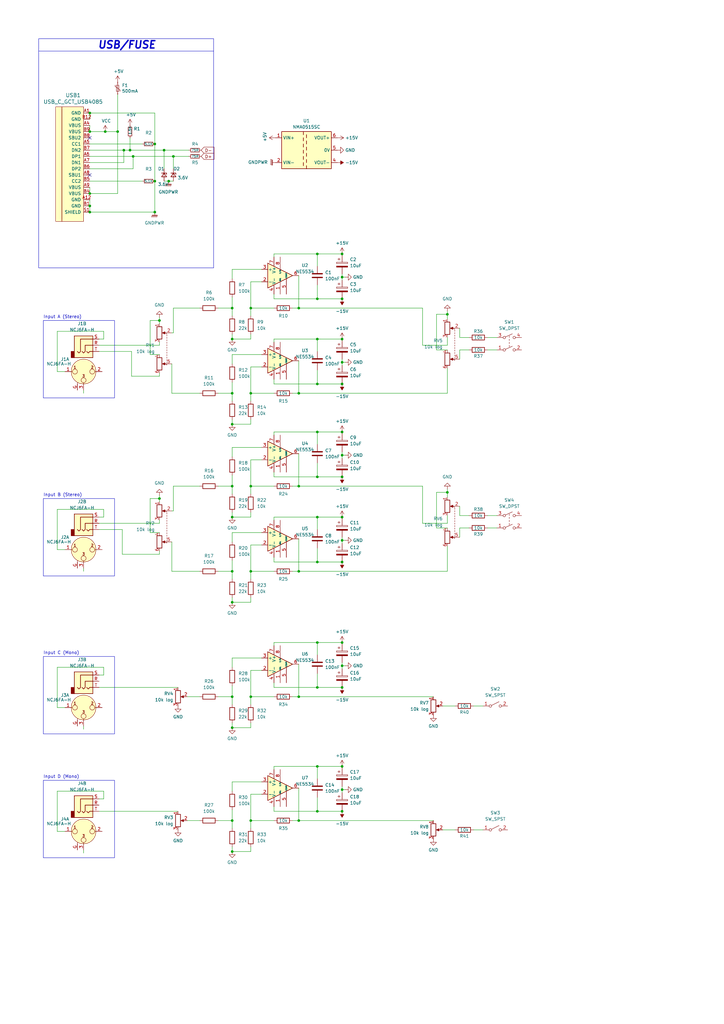
<source format=kicad_sch>
(kicad_sch (version 20230121) (generator eeschema)
  (paper "A3" portrait)
  (lib_symbols
    (symbol "Amplifier_Operational:NE5534" (pin_names (offset 0.127))
      (property "Reference" "U" (at 1.27 6.35 0))
      (property "Value" "NE5534" (at 1.27 3.81 0))
      (symbol "NE5534_1_1"
        (pin input line (at 0 -7.62 90) (length 5.08) (name "BAL") (number "1"))
        (pin input line (at -7.62 -2.54 0) (length 2.54) (name "-") (number "2"))
        (pin input line (at -7.62 2.54 0) (length 2.54) (name "+") (number "3"))
        (pin power_in line (at -2.54 -7.62 90) (length 3.81) (name "V-") (number "4"))
        (pin input line (at 2.54 -7.62 90) (length 6.35) (name "COMP") (number "5"))
        (pin output line (at 7.62 0 180) (length 2.54) (name "~") (number "6"))
        (pin power_in line (at -2.54 7.62 270) (length 3.81) (name "V+") (number "7"))
        (pin input line (at 0 7.62 270) (length 5.08) (name "C/B") (number "8"))
      )
    )
    (symbol "Connector_Audio:NCJ6FA-H" (pin_names hide)
      (property "Reference" "J" (at 0 10.16 0))
      (property "Value" "NCJ6FA-H" (at 0 7.62 0))
      (symbol "NCJ6FA-H_1_1"
        (text "1" (at -3.556 1.778 0) (effects (font (size 1.016 1.016) bold)))
        (text "2" (at 3.556 1.778 0) (effects (font (size 1.016 1.016) bold)))
        (text "3" (at 0 -1.778 0) (effects (font (size 1.016 1.016) bold)))
        (pin passive line (at -7.62 0 0) (length 2.54) (name "~") (number "1"))
        (pin passive line (at 7.62 0 180) (length 2.54) (name "~") (number "2"))
        (pin passive line (at 0 -7.62 90) (length 2.54) (name "~") (number "3"))
        (pin passive line (at -2.54 -7.62 90) (length 2.54) (name "~") (number "G"))
      )
      (symbol "NCJ6FA-H_2_1"
        (pin passive line (at 5.08 0 180) (length 2.54) (name "~") (number "R"))
        (pin passive line (at 5.08 2.54 180) (length 2.54) (name "~") (number "S"))
        (pin passive line (at 5.08 -2.54 180) (length 2.54) (name "~") (number "T"))
      )
    )
    (symbol "Device:C" (pin_numbers hide) (pin_names (offset 0.254))
      (property "Reference" "C" (at 0.635 2.54 0))
      (property "Value" "C" (at 0.635 -2.54 0))
      (symbol "C_1_1"
        (pin passive line (at 0 3.81 270) (length 2.794) (name "~") (number "1"))
        (pin passive line (at 0 -3.81 90) (length 2.794) (name "~") (number "2"))
      )
    )
    (symbol "Device:C_Polarized" (pin_numbers hide) (pin_names (offset 0.254))
      (property "Reference" "C" (at 0.635 2.54 0))
      (property "Value" "C_Polarized" (at 0.635 -2.54 0))
      (symbol "C_Polarized_1_1"
        (pin passive line (at 0 3.81 270) (length 2.794) (name "~") (number "1"))
        (pin passive line (at 0 -3.81 90) (length 2.794) (name "~") (number "2"))
      )
    )
    (symbol "Device:D_Zener_Small" (pin_numbers hide) (pin_names (offset 0.254) hide)
      (property "Reference" "D" (at 0 2.286 0))
      (property "Value" "D_Zener_Small" (at 0 -2.286 0))
      (symbol "D_Zener_Small_1_1"
        (pin passive line (at -2.54 0 0) (length 1.778) (name "K") (number "1"))
        (pin passive line (at 2.54 0 180) (length 1.778) (name "A") (number "2"))
      )
    )
    (symbol "Device:Polyfuse_Small" (pin_numbers hide) (pin_names (offset 0))
      (property "Reference" "F" (at -1.905 0 90))
      (property "Value" "Polyfuse_Small" (at 1.905 0 90))
      (symbol "Polyfuse_Small_1_1"
        (pin passive line (at 0 2.54 270) (length 0.635) (name "~") (number "1"))
        (pin passive line (at 0 -2.54 90) (length 0.635) (name "~") (number "2"))
      )
    )
    (symbol "Device:R" (pin_numbers hide) (pin_names (offset 0))
      (property "Reference" "R" (at 2.032 0 90))
      (property "Value" "R" (at 0 0 90))
      (symbol "R_1_1"
        (pin passive line (at 0 3.81 270) (length 1.27) (name "~") (number "1"))
        (pin passive line (at 0 -3.81 90) (length 1.27) (name "~") (number "2"))
      )
    )
    (symbol "Device:R_Potentiometer" (pin_names (offset 1.016) hide)
      (property "Reference" "RV" (at -4.445 0 90))
      (property "Value" "R_Potentiometer" (at -2.54 0 90))
      (symbol "R_Potentiometer_1_1"
        (pin passive line (at 0 3.81 270) (length 1.27) (name "1") (number "1"))
        (pin passive line (at 3.81 0 180) (length 1.27) (name "2") (number "2"))
        (pin passive line (at 0 -3.81 90) (length 1.27) (name "3") (number "3"))
      )
    )
    (symbol "Device:R_Potentiometer_Dual" (pin_names (offset 1.016) hide)
      (property "Reference" "RV" (at 0 3.81 0))
      (property "Value" "R_Potentiometer_Dual" (at 0 1.905 0))
      (symbol "R_Potentiometer_Dual_1_1"
        (pin passive line (at -10.16 -2.54 0) (length 1.27) (name "1") (number "1"))
        (pin passive line (at -6.35 2.54 270) (length 2.54) (name "2") (number "2"))
        (pin passive line (at -2.54 -2.54 180) (length 1.27) (name "3") (number "3"))
        (pin passive line (at 2.54 -2.54 0) (length 1.27) (name "4") (number "4"))
        (pin passive line (at 6.35 2.54 270) (length 2.54) (name "5") (number "5"))
        (pin passive line (at 10.16 -2.54 180) (length 1.27) (name "6") (number "6"))
      )
    )
    (symbol "Device:R_Small" (pin_numbers hide) (pin_names (offset 0.254) hide)
      (property "Reference" "R" (at 0.762 0.508 0))
      (property "Value" "R_Small" (at 0.762 -1.016 0))
      (symbol "R_Small_1_1"
        (pin passive line (at 0 2.54 270) (length 0.762) (name "~") (number "1"))
        (pin passive line (at 0 -2.54 90) (length 0.762) (name "~") (number "2"))
      )
    )
    (symbol "Regulator_Switching:NMA0515SC"
      (property "Reference" "U" (at -10.16 8.89 0))
      (property "Value" "NMA0515SC" (at 0 8.89 0))
      (symbol "NMA0515SC_1_1"
        (pin power_in line (at -12.7 5.08 0) (length 2.54) (name "VIN+") (number "1"))
        (pin power_in line (at -12.7 -5.08 0) (length 2.54) (name "VIN-") (number "2"))
        (pin power_out line (at 12.7 -5.08 180) (length 2.54) (name "VOUT-") (number "4"))
        (pin power_out line (at 12.7 0 180) (length 2.54) (name "0V") (number "5"))
        (pin power_out line (at 12.7 5.08 180) (length 2.54) (name "VOUT+") (number "6"))
      )
    )
    (symbol "Switch:SW_DPST" (pin_names (offset 0) hide)
      (property "Reference" "SW" (at 0 5.08 0))
      (property "Value" "SW_DPST" (at 0 -5.08 0))
      (symbol "SW_DPST_1_1"
        (pin passive line (at -5.08 -2.54 0) (length 2.54) (name "1") (number "1"))
        (pin passive line (at 5.08 -2.54 180) (length 2.54) (name "2") (number "2"))
        (pin passive line (at -5.08 2.54 0) (length 2.54) (name "3") (number "3"))
        (pin passive line (at 5.08 2.54 180) (length 2.54) (name "4") (number "4"))
      )
    )
    (symbol "Switch:SW_SPST" (pin_names (offset 0) hide)
      (property "Reference" "SW" (at 0 3.175 0))
      (property "Value" "SW_SPST" (at 0 -2.54 0))
      (symbol "SW_SPST_1_1"
        (pin passive line (at -5.08 0 0) (length 2.54) (name "A") (number "1"))
        (pin passive line (at 5.08 0 180) (length 2.54) (name "B") (number "2"))
      )
    )
    (symbol "Type-C:USB_C_GCT_USB4085" (pin_names (offset 1.016))
      (property "Reference" "USB" (at -5.08 22.86 0))
      (property "Value" "Type-C_USB_C_GCT_USB4085" (at -10.16 -1.27 90))
      (symbol "USB_C_GCT_USB4085_1_1"
        (pin input line (at 2.54 19.05 180) (length 2.54) (name "GND") (number "A1"))
        (pin input line (at 2.54 -16.51 180) (length 2.54) (name "GND") (number "A12"))
        (pin input line (at 2.54 13.97 180) (length 2.54) (name "VBUS") (number "A4"))
        (pin input line (at 2.54 6.35 180) (length 2.54) (name "CC1") (number "A5"))
        (pin input line (at 2.54 1.27 180) (length 2.54) (name "DP1") (number "A6"))
        (pin input line (at 2.54 -1.27 180) (length 2.54) (name "DN1") (number "A7"))
        (pin input line (at 2.54 -6.35 180) (length 2.54) (name "SBU1") (number "A8"))
        (pin input line (at 2.54 -11.43 180) (length 2.54) (name "VBUS") (number "A9"))
        (pin input line (at 2.54 -19.05 180) (length 2.54) (name "GND") (number "B1"))
        (pin input line (at 2.54 16.51 180) (length 2.54) (name "GND") (number "B12"))
        (pin input line (at 2.54 -13.97 180) (length 2.54) (name "VBUS") (number "B4"))
        (pin input line (at 2.54 -8.89 180) (length 2.54) (name "CC2") (number "B5"))
        (pin input line (at 2.54 -3.81 180) (length 2.54) (name "DP2") (number "B6"))
        (pin input line (at 2.54 3.81 180) (length 2.54) (name "DN2") (number "B7"))
        (pin input line (at 2.54 8.89 180) (length 2.54) (name "SBU2") (number "B8"))
        (pin input line (at 2.54 11.43 180) (length 2.54) (name "VBUS") (number "B9"))
        (pin input line (at 2.54 -21.59 180) (length 2.54) (name "SHIELD") (number "S1"))
      )
    )
    (symbol "power:+15V" (power) (pin_names (offset 0))
      (property "Value" "+15V" (at 0 3.556 0))
      (symbol "+15V_1_1"
        (pin power_in line (at 0 0 90) (length 0) hide (name "+15V") (number "1"))
      )
    )
    (symbol "power:+5V" (power) (pin_names (offset 0))
      (property "Value" "+5V" (at 0 3.556 0))
      (symbol "+5V_1_1"
        (pin power_in line (at 0 0 90) (length 0) hide (name "+5V") (number "1"))
      )
    )
    (symbol "power:-15V" (power) (pin_names (offset 0))
      (property "Value" "-15V" (at 0 3.81 0))
      (symbol "-15V_0_0"
        (pin power_in line (at 0 0 90) (length 0) hide (name "-15V") (number "1"))
      )
    )
    (symbol "power:GND" (power) (pin_names (offset 0))
      (property "Value" "GND" (at 0 -3.81 0))
      (symbol "GND_1_1"
        (pin power_in line (at 0 0 270) (length 0) hide (name "GND") (number "1"))
      )
    )
    (symbol "power:GNDPWR" (power) (pin_names (offset 0))
      (property "Value" "GNDPWR" (at 0 -3.302 0))
      (symbol "GNDPWR_1_1"
        (pin power_in line (at 0 0 270) (length 0) hide (name "GNDPWR") (number "1"))
      )
    )
    (symbol "power:VCC" (power) (pin_names (offset 0))
      (property "Value" "VCC" (at 0 3.81 0))
      (symbol "VCC_1_1"
        (pin power_in line (at 0 0 90) (length 0) hide (name "VCC") (number "1"))
      )
    )
  )
  (junction (at 102.87 285.75))
  (junction (at 95.25 173.99))
  (junction (at 140.335 186.69))
  (junction (at 183.515 201.93))
  (junction (at 122.555 234.315))
  (junction (at 102.87 126.365))
  (junction (at 140.335 273.05))
  (junction (at 122.555 161.29))
  (junction (at 130.175 104.14))
  (junction (at 95.25 336.55))
  (junction (at 122.555 336.55))
  (junction (at 36.83 84.455))
  (junction (at 140.335 122.555))
  (junction (at 48.26 53.975))
  (junction (at 140.335 113.665))
  (junction (at 63.5 74.295))
  (junction (at 122.555 126.365))
  (junction (at 130.175 212.09))
  (junction (at 95.25 349.25))
  (junction (at 102.87 199.39))
  (junction (at 50.8 61.595))
  (junction (at 102.87 234.315))
  (junction (at 102.87 161.29))
  (junction (at 95.25 139.065))
  (junction (at 130.175 314.325))
  (junction (at 130.175 157.48))
  (junction (at 122.555 285.75))
  (junction (at 140.335 148.59))
  (junction (at 130.175 177.165))
  (junction (at 140.335 314.325))
  (junction (at 43.18 53.975))
  (junction (at 140.335 104.14))
  (junction (at 130.175 139.065))
  (junction (at 95.25 199.39))
  (junction (at 65.405 204.47))
  (junction (at 67.31 61.595))
  (junction (at 140.335 195.58))
  (junction (at 36.83 53.975))
  (junction (at 65.405 131.445))
  (junction (at 95.25 247.015))
  (junction (at 140.335 221.615))
  (junction (at 130.175 281.94))
  (junction (at 140.335 323.85))
  (junction (at 36.83 46.355))
  (junction (at 130.175 122.555))
  (junction (at 140.335 332.74))
  (junction (at 130.175 195.58))
  (junction (at 102.87 336.55))
  (junction (at 130.175 332.74))
  (junction (at 140.335 157.48))
  (junction (at 53.34 61.595))
  (junction (at 95.25 161.29))
  (junction (at 36.83 79.375))
  (junction (at 95.25 298.45))
  (junction (at 69.215 74.295))
  (junction (at 63.5 86.995))
  (junction (at 54.61 64.135))
  (junction (at 140.335 212.09))
  (junction (at 95.25 285.75))
  (junction (at 95.25 126.365))
  (junction (at 140.335 230.505))
  (junction (at 130.175 230.505))
  (junction (at 36.83 86.995))
  (junction (at 122.555 199.39))
  (junction (at 140.335 177.165))
  (junction (at 183.515 128.905))
  (junction (at 95.25 234.315))
  (junction (at 63.5 59.055))
  (junction (at 140.335 263.525))
  (junction (at 140.335 281.94))
  (junction (at 95.25 212.09))
  (junction (at 130.175 263.525))
  (junction (at 71.12 64.135))
  (junction (at 140.335 139.065))
  (no_connect (at 36.83 71.755))
  (no_connect (at 36.83 56.515))
  (wire (pts (xy 50.8 61.595) (xy 36.83 61.595)))
  (wire (pts (xy 112.395 177.165) (xy 112.395 178.435)))
  (wire (pts (xy 102.87 223.52) (xy 107.315 223.52)))
  (wire (pts (xy 102.87 237.49) (xy 102.87 234.315)))
  (wire (pts (xy 102.87 274.955) (xy 107.315 274.955)))
  (wire (pts (xy 95.25 273.685) (xy 95.25 269.875)))
  (wire (pts (xy 140.335 264.16) (xy 140.335 263.525)))
  (wire (pts (xy 140.335 212.09) (xy 130.175 212.09)))
  (wire (pts (xy 36.83 84.455) (xy 36.83 86.995)))
  (wire (pts (xy 95.25 161.29) (xy 95.25 164.465)))
  (wire (pts (xy 102.87 325.755) (xy 107.315 325.755)))
  (wire (pts (xy 65.405 141.605) (xy 65.405 140.335)))
  (wire (pts (xy 36.83 66.675) (xy 50.8 66.675)))
  (wire (pts (xy 50.8 66.675) (xy 50.8 61.595)))
  (wire (pts (xy 95.25 234.315) (xy 89.535 234.315)))
  (wire (pts (xy 140.335 139.7) (xy 140.335 139.065)))
  (wire (pts (xy 71.12 126.365) (xy 81.915 126.365)))
  (wire (pts (xy 122.555 285.75) (xy 120.015 285.75)))
  (wire (pts (xy 130.175 263.525) (xy 112.395 263.525)))
  (wire (pts (xy 140.335 139.065) (xy 130.175 139.065)))
  (wire (pts (xy 140.335 273.05) (xy 141.605 273.05)))
  (wire (pts (xy 95.25 296.545) (xy 95.25 298.45)))
  (wire (pts (xy 95.25 218.44) (xy 107.315 218.44)))
  (wire (pts (xy 130.175 104.14) (xy 112.395 104.14)))
  (wire (pts (xy 71.12 69.215) (xy 71.12 64.135)))
  (wire (pts (xy 140.335 157.48) (xy 130.175 157.48)))
  (wire (pts (xy 179.07 143.51) (xy 179.07 128.905)))
  (wire (pts (xy 112.395 228.6) (xy 112.395 230.505)))
  (wire (pts (xy 140.335 221.615) (xy 140.335 222.885)))
  (wire (pts (xy 140.335 314.96) (xy 140.335 314.325)))
  (wire (pts (xy 102.87 285.75) (xy 112.395 285.75)))
  (wire (pts (xy 183.515 200.66) (xy 183.515 201.93)))
  (wire (pts (xy 102.87 129.54) (xy 102.87 126.365)))
  (wire (pts (xy 130.175 276.225) (xy 130.175 281.94)))
  (wire (pts (xy 42.545 212.09) (xy 42.545 208.915)))
  (wire (pts (xy 130.175 224.79) (xy 130.175 230.505)))
  (wire (pts (xy 95.25 161.29) (xy 89.535 161.29)))
  (wire (pts (xy 71.12 136.525) (xy 71.12 126.365)))
  (polyline (pts (xy 87.63 15.875) (xy 15.875 15.875)))
  (wire (pts (xy 130.175 104.14) (xy 130.175 109.22)))
  (wire (pts (xy 23.495 135.89) (xy 23.495 152.4)))
  (wire (pts (xy 183.515 216.535) (xy 179.07 216.535)))
  (wire (pts (xy 53.975 154.305) (xy 65.405 154.305)))
  (wire (pts (xy 69.215 74.295) (xy 71.12 74.295)))
  (wire (pts (xy 36.83 59.055) (xy 58.42 59.055)))
  (wire (pts (xy 36.83 69.215) (xy 54.61 69.215)))
  (wire (pts (xy 188.595 147.32) (xy 188.595 143.51)))
  (wire (pts (xy 23.495 340.995) (xy 26.67 340.995)))
  (wire (pts (xy 71.12 209.55) (xy 71.12 199.39)))
  (polyline (pts (xy 15.875 109.855) (xy 87.63 109.855)))
  (wire (pts (xy 140.335 281.94) (xy 130.175 281.94)))
  (wire (pts (xy 95.25 173.99) (xy 102.87 173.99)))
  (wire (pts (xy 140.335 271.78) (xy 140.335 273.05)))
  (wire (pts (xy 112.395 104.14) (xy 112.395 105.41)))
  (wire (pts (xy 122.555 272.415) (xy 122.555 285.75)))
  (wire (pts (xy 48.26 53.975) (xy 48.26 38.735)))
  (wire (pts (xy 140.335 221.615) (xy 141.605 221.615)))
  (wire (pts (xy 102.87 115.57) (xy 107.315 115.57)))
  (wire (pts (xy 40.64 332.74) (xy 73.025 332.74)))
  (wire (pts (xy 70.485 222.25) (xy 70.485 234.315)))
  (wire (pts (xy 95.25 229.87) (xy 95.25 234.315)))
  (wire (pts (xy 112.395 120.65) (xy 112.395 122.555)))
  (wire (pts (xy 95.25 269.875) (xy 107.315 269.875)))
  (wire (pts (xy 122.555 126.365) (xy 120.015 126.365)))
  (wire (pts (xy 173.355 199.39) (xy 173.355 214.63)))
  (polyline (pts (xy 15.875 20.955) (xy 87.63 20.955)))
  (wire (pts (xy 65.405 154.305) (xy 65.405 153.035)))
  (wire (pts (xy 102.87 336.55) (xy 112.395 336.55)))
  (wire (pts (xy 140.335 195.58) (xy 130.175 195.58)))
  (wire (pts (xy 122.555 161.29) (xy 120.015 161.29)))
  (wire (pts (xy 140.335 113.665) (xy 141.605 113.665)))
  (wire (pts (xy 122.555 336.55) (xy 120.015 336.55)))
  (wire (pts (xy 102.87 202.565) (xy 102.87 199.39)))
  (wire (pts (xy 194.31 289.56) (xy 198.12 289.56)))
  (wire (pts (xy 102.87 126.365) (xy 102.87 115.57)))
  (wire (pts (xy 140.335 314.325) (xy 130.175 314.325)))
  (wire (pts (xy 179.07 128.905) (xy 183.515 128.905)))
  (wire (pts (xy 140.335 323.85) (xy 140.335 325.12)))
  (wire (pts (xy 200.025 211.455) (xy 203.835 211.455)))
  (wire (pts (xy 102.87 288.925) (xy 102.87 285.75)))
  (wire (pts (xy 102.87 164.465) (xy 102.87 161.29)))
  (wire (pts (xy 40.64 212.09) (xy 42.545 212.09)))
  (wire (pts (xy 102.87 161.29) (xy 102.87 150.495)))
  (wire (pts (xy 95.25 210.185) (xy 95.25 212.09)))
  (wire (pts (xy 95.25 247.015) (xy 102.87 247.015)))
  (wire (pts (xy 130.175 116.84) (xy 130.175 122.555)))
  (wire (pts (xy 95.25 145.415) (xy 107.315 145.415)))
  (wire (pts (xy 61.595 218.44) (xy 61.595 204.47)))
  (wire (pts (xy 130.175 139.065) (xy 130.175 144.145)))
  (wire (pts (xy 95.25 347.345) (xy 95.25 349.25)))
  (wire (pts (xy 40.64 214.63) (xy 65.405 214.63)))
  (wire (pts (xy 179.07 216.535) (xy 179.07 201.93)))
  (wire (pts (xy 95.25 156.845) (xy 95.25 161.29)))
  (wire (pts (xy 112.395 212.09) (xy 112.395 213.36)))
  (wire (pts (xy 102.87 349.25) (xy 102.87 347.345)))
  (wire (pts (xy 71.12 199.39) (xy 81.915 199.39)))
  (wire (pts (xy 23.495 290.195) (xy 26.67 290.195)))
  (wire (pts (xy 102.87 339.725) (xy 102.87 336.55)))
  (wire (pts (xy 122.555 234.315) (xy 120.015 234.315)))
  (wire (pts (xy 36.83 79.375) (xy 48.26 79.375)))
  (wire (pts (xy 122.555 113.03) (xy 122.555 126.365)))
  (wire (pts (xy 95.25 199.39) (xy 95.25 202.565)))
  (wire (pts (xy 112.395 195.58) (xy 130.175 195.58)))
  (wire (pts (xy 42.545 276.86) (xy 42.545 273.685)))
  (wire (pts (xy 140.335 186.69) (xy 141.605 186.69)))
  (wire (pts (xy 140.335 263.525) (xy 130.175 263.525)))
  (wire (pts (xy 130.175 177.165) (xy 112.395 177.165)))
  (polyline (pts (xy 87.63 109.855) (xy 87.63 15.875)))
  (wire (pts (xy 67.31 69.215) (xy 67.31 61.595)))
  (wire (pts (xy 65.405 204.47) (xy 65.405 205.74)))
  (wire (pts (xy 200.025 138.43) (xy 203.835 138.43)))
  (wire (pts (xy 70.485 149.225) (xy 70.485 161.29)))
  (wire (pts (xy 122.555 147.955) (xy 122.555 161.29)))
  (wire (pts (xy 36.83 81.915) (xy 36.83 84.455)))
  (wire (pts (xy 140.335 104.775) (xy 140.335 104.14)))
  (wire (pts (xy 95.25 114.3) (xy 95.25 110.49)))
  (wire (pts (xy 122.555 220.98) (xy 122.555 234.315)))
  (wire (pts (xy 102.87 199.39) (xy 112.395 199.39)))
  (wire (pts (xy 112.395 330.835) (xy 112.395 332.74)))
  (wire (pts (xy 194.31 340.36) (xy 198.12 340.36)))
  (wire (pts (xy 61.595 131.445) (xy 65.405 131.445)))
  (wire (pts (xy 183.515 214.63) (xy 183.515 211.455)))
  (wire (pts (xy 95.25 172.085) (xy 95.25 173.99)))
  (wire (pts (xy 183.515 127.635) (xy 183.515 128.905)))
  (wire (pts (xy 140.335 104.14) (xy 130.175 104.14)))
  (wire (pts (xy 140.335 186.69) (xy 140.335 187.96)))
  (wire (pts (xy 61.595 145.415) (xy 61.595 131.445)))
  (wire (pts (xy 112.395 263.525) (xy 112.395 264.795)))
  (wire (pts (xy 36.83 53.975) (xy 43.18 53.975)))
  (wire (pts (xy 130.175 263.525) (xy 130.175 268.605)))
  (wire (pts (xy 173.355 214.63) (xy 183.515 214.63)))
  (wire (pts (xy 65.405 130.175) (xy 65.405 131.445)))
  (wire (pts (xy 42.545 135.89) (xy 23.495 135.89)))
  (wire (pts (xy 140.335 148.59) (xy 140.335 149.86)))
  (wire (pts (xy 181.61 289.56) (xy 186.69 289.56)))
  (wire (pts (xy 42.545 139.065) (xy 42.545 135.89)))
  (wire (pts (xy 95.25 222.25) (xy 95.25 218.44)))
  (wire (pts (xy 95.25 298.45) (xy 102.87 298.45)))
  (wire (pts (xy 36.83 53.975) (xy 36.83 51.435)))
  (wire (pts (xy 102.87 234.315) (xy 102.87 223.52)))
  (wire (pts (xy 140.335 212.725) (xy 140.335 212.09)))
  (wire (pts (xy 102.87 234.315) (xy 112.395 234.315)))
  (wire (pts (xy 122.555 285.75) (xy 177.8 285.75)))
  (wire (pts (xy 40.64 281.94) (xy 73.025 281.94)))
  (wire (pts (xy 95.25 149.225) (xy 95.25 145.415)))
  (wire (pts (xy 183.515 201.93) (xy 183.515 203.835)))
  (wire (pts (xy 102.87 150.495) (xy 107.315 150.495)))
  (wire (pts (xy 63.5 59.055) (xy 63.5 74.295)))
  (wire (pts (xy 70.485 209.55) (xy 71.12 209.55)))
  (wire (pts (xy 188.595 207.645) (xy 188.595 211.455)))
  (wire (pts (xy 112.395 314.325) (xy 112.395 315.595)))
  (wire (pts (xy 112.395 122.555) (xy 130.175 122.555)))
  (wire (pts (xy 40.64 144.145) (xy 53.975 144.145)))
  (wire (pts (xy 23.495 273.685) (xy 23.495 290.195)))
  (wire (pts (xy 65.405 145.415) (xy 61.595 145.415)))
  (wire (pts (xy 36.83 48.895) (xy 36.83 46.355)))
  (wire (pts (xy 95.25 349.25) (xy 102.87 349.25)))
  (wire (pts (xy 183.515 128.905) (xy 183.515 130.81)))
  (wire (pts (xy 122.555 336.55) (xy 177.8 336.55)))
  (wire (pts (xy 36.83 74.295) (xy 58.42 74.295)))
  (wire (pts (xy 65.405 131.445) (xy 65.405 132.715)))
  (wire (pts (xy 102.87 199.39) (xy 102.87 188.595)))
  (wire (pts (xy 112.395 280.035) (xy 112.395 281.94)))
  (wire (pts (xy 130.175 177.165) (xy 130.175 182.245)))
  (wire (pts (xy 122.555 186.055) (xy 122.555 199.39)))
  (wire (pts (xy 112.395 157.48) (xy 130.175 157.48)))
  (wire (pts (xy 67.31 74.295) (xy 69.215 74.295)))
  (wire (pts (xy 53.34 61.595) (xy 53.34 56.515)))
  (wire (pts (xy 36.83 86.995) (xy 63.5 86.995)))
  (wire (pts (xy 76.835 336.55) (xy 81.915 336.55)))
  (wire (pts (xy 76.835 285.75) (xy 81.915 285.75)))
  (wire (pts (xy 188.595 220.345) (xy 188.595 216.535)))
  (wire (pts (xy 95.25 285.75) (xy 95.25 288.925)))
  (wire (pts (xy 34.29 160.02) (xy 34.29 161.29)))
  (wire (pts (xy 95.25 183.515) (xy 107.315 183.515)))
  (wire (pts (xy 102.87 173.99) (xy 102.87 172.085)))
  (wire (pts (xy 95.25 194.945) (xy 95.25 199.39)))
  (wire (pts (xy 70.485 161.29) (xy 81.915 161.29)))
  (wire (pts (xy 173.355 126.365) (xy 173.355 141.605)))
  (wire (pts (xy 188.595 134.62) (xy 188.595 138.43)))
  (wire (pts (xy 102.87 336.55) (xy 102.87 325.755)))
  (wire (pts (xy 181.61 340.36) (xy 186.69 340.36)))
  (wire (pts (xy 53.34 61.595) (xy 50.8 61.595)))
  (wire (pts (xy 179.07 201.93) (xy 183.515 201.93)))
  (wire (pts (xy 112.395 139.065) (xy 112.395 140.335)))
  (wire (pts (xy 42.545 273.685) (xy 23.495 273.685)))
  (wire (pts (xy 173.355 141.605) (xy 183.515 141.605)))
  (wire (pts (xy 130.175 314.325) (xy 130.175 319.405)))
  (wire (pts (xy 183.515 143.51) (xy 179.07 143.51)))
  (wire (pts (xy 102.87 126.365) (xy 112.395 126.365)))
  (wire (pts (xy 102.87 247.015) (xy 102.87 245.11)))
  (wire (pts (xy 140.335 273.05) (xy 140.335 274.32)))
  (wire (pts (xy 200.025 216.535) (xy 203.835 216.535)))
  (wire (pts (xy 95.25 245.11) (xy 95.25 247.015)))
  (wire (pts (xy 23.495 225.425) (xy 26.67 225.425)))
  (wire (pts (xy 63.5 46.355) (xy 63.5 59.055)))
  (wire (pts (xy 95.25 139.065) (xy 102.87 139.065)))
  (wire (pts (xy 63.5 74.295) (xy 63.5 86.995)))
  (wire (pts (xy 70.485 136.525) (xy 71.12 136.525)))
  (wire (pts (xy 112.395 155.575) (xy 112.395 157.48)))
  (wire (pts (xy 130.175 314.325) (xy 112.395 314.325)))
  (wire (pts (xy 140.335 177.165) (xy 130.175 177.165)))
  (wire (pts (xy 130.175 139.065) (xy 112.395 139.065)))
  (wire (pts (xy 40.64 276.86) (xy 42.545 276.86)))
  (wire (pts (xy 95.25 336.55) (xy 95.25 339.725)))
  (wire (pts (xy 140.335 122.555) (xy 130.175 122.555)))
  (wire (pts (xy 34.29 348.615) (xy 34.29 349.885)))
  (wire (pts (xy 67.31 61.595) (xy 53.34 61.595)))
  (wire (pts (xy 188.595 211.455) (xy 192.405 211.455)))
  (wire (pts (xy 95.25 332.105) (xy 95.25 336.55)))
  (wire (pts (xy 23.495 324.485) (xy 23.495 340.995)))
  (wire (pts (xy 40.64 327.66) (xy 42.545 327.66)))
  (wire (pts (xy 140.335 147.32) (xy 140.335 148.59)))
  (wire (pts (xy 48.26 79.375) (xy 48.26 53.975)))
  (wire (pts (xy 140.335 112.395) (xy 140.335 113.665)))
  (wire (pts (xy 122.555 323.215) (xy 122.555 336.55)))
  (wire (pts (xy 36.83 64.135) (xy 54.61 64.135)))
  (wire (pts (xy 95.25 320.675) (xy 107.315 320.675)))
  (wire (pts (xy 200.025 143.51) (xy 203.835 143.51)))
  (wire (pts (xy 53.975 144.145) (xy 53.975 154.305)))
  (polyline (pts (xy 15.875 15.875) (xy 15.875 109.855)))
  (wire (pts (xy 140.335 113.665) (xy 140.335 114.935)))
  (wire (pts (xy 188.595 143.51) (xy 192.405 143.51)))
  (wire (pts (xy 130.175 212.09) (xy 112.395 212.09)))
  (wire (pts (xy 95.25 234.315) (xy 95.25 237.49)))
  (wire (pts (xy 130.175 189.865) (xy 130.175 195.58)))
  (wire (pts (xy 65.405 203.2) (xy 65.405 204.47)))
  (wire (pts (xy 102.87 161.29) (xy 112.395 161.29)))
  (wire (pts (xy 95.25 212.09) (xy 102.87 212.09)))
  (wire (pts (xy 130.175 327.025) (xy 130.175 332.74)))
  (wire (pts (xy 54.61 64.135) (xy 71.12 64.135)))
  (wire (pts (xy 65.405 227.33) (xy 65.405 226.06)))
  (wire (pts (xy 95.25 285.75) (xy 89.535 285.75)))
  (wire (pts (xy 42.545 327.66) (xy 42.545 324.485)))
  (wire (pts (xy 183.515 141.605) (xy 183.515 138.43)))
  (wire (pts (xy 102.87 212.09) (xy 102.87 210.185)))
  (wire (pts (xy 140.335 185.42) (xy 140.335 186.69)))
  (wire (pts (xy 122.555 234.315) (xy 183.515 234.315)))
  (wire (pts (xy 140.335 322.58) (xy 140.335 323.85)))
  (wire (pts (xy 122.555 199.39) (xy 173.355 199.39)))
  (wire (pts (xy 140.335 230.505) (xy 130.175 230.505)))
  (wire (pts (xy 188.595 138.43) (xy 192.405 138.43)))
  (wire (pts (xy 112.395 332.74) (xy 130.175 332.74)))
  (wire (pts (xy 50.165 217.17) (xy 50.165 227.33)))
  (wire (pts (xy 43.18 53.975) (xy 48.26 53.975)))
  (wire (pts (xy 183.515 151.13) (xy 183.515 161.29)))
  (wire (pts (xy 95.25 110.49) (xy 107.315 110.49)))
  (wire (pts (xy 140.335 323.85) (xy 141.605 323.85)))
  (wire (pts (xy 122.555 161.29) (xy 183.515 161.29)))
  (wire (pts (xy 130.175 212.09) (xy 130.175 217.17)))
  (wire (pts (xy 95.25 121.92) (xy 95.25 126.365)))
  (wire (pts (xy 36.83 79.375) (xy 36.83 76.835)))
  (wire (pts (xy 183.515 224.155) (xy 183.515 234.315)))
  (wire (pts (xy 95.25 199.39) (xy 89.535 199.39)))
  (wire (pts (xy 54.61 69.215) (xy 54.61 64.135)))
  (wire (pts (xy 50.165 227.33) (xy 65.405 227.33)))
  (wire (pts (xy 34.29 297.815) (xy 34.29 299.085)))
  (wire (pts (xy 140.335 148.59) (xy 141.605 148.59)))
  (wire (pts (xy 23.495 152.4) (xy 26.67 152.4)))
  (wire (pts (xy 188.595 216.535) (xy 192.405 216.535)))
  (wire (pts (xy 102.87 298.45) (xy 102.87 296.545)))
  (wire (pts (xy 140.335 220.345) (xy 140.335 221.615)))
  (wire (pts (xy 40.64 139.065) (xy 42.545 139.065)))
  (wire (pts (xy 95.25 137.16) (xy 95.25 139.065)))
  (wire (pts (xy 95.25 126.365) (xy 89.535 126.365)))
  (wire (pts (xy 112.395 193.675) (xy 112.395 195.58)))
  (wire (pts (xy 95.25 126.365) (xy 95.25 129.54)))
  (wire (pts (xy 112.395 281.94) (xy 130.175 281.94)))
  (wire (pts (xy 23.495 208.915) (xy 23.495 225.425)))
  (wire (pts (xy 122.555 199.39) (xy 120.015 199.39)))
  (wire (pts (xy 34.29 233.045) (xy 34.29 234.315)))
  (wire (pts (xy 42.545 208.915) (xy 23.495 208.915)))
  (wire (pts (xy 61.595 204.47) (xy 65.405 204.47)))
  (wire (pts (xy 71.12 64.135) (xy 77.47 64.135)))
  (wire (pts (xy 65.405 214.63) (xy 65.405 213.36)))
  (wire (pts (xy 102.87 139.065) (xy 102.87 137.16)))
  (wire (pts (xy 95.25 324.485) (xy 95.25 320.675)))
  (wire (pts (xy 140.335 177.8) (xy 140.335 177.165)))
  (wire (pts (xy 95.25 281.305) (xy 95.25 285.75)))
  (wire (pts (xy 70.485 234.315) (xy 81.915 234.315)))
  (wire (pts (xy 102.87 285.75) (xy 102.87 274.955)))
  (wire (pts (xy 140.335 332.74) (xy 130.175 332.74)))
  (wire (pts (xy 122.555 126.365) (xy 173.355 126.365)))
  (wire (pts (xy 65.405 218.44) (xy 61.595 218.44)))
  (wire (pts (xy 36.83 46.355) (xy 63.5 46.355)))
  (wire (pts (xy 40.64 217.17) (xy 50.165 217.17)))
  (wire (pts (xy 40.64 141.605) (xy 65.405 141.605)))
  (wire (pts (xy 95.25 187.325) (xy 95.25 183.515)))
  (wire (pts (xy 102.87 188.595) (xy 107.315 188.595)))
  (wire (pts (xy 112.395 230.505) (xy 130.175 230.505)))
  (wire (pts (xy 95.25 336.55) (xy 89.535 336.55)))
  (wire (pts (xy 130.175 151.765) (xy 130.175 157.48)))
  (wire (pts (xy 67.31 61.595) (xy 77.47 61.595)))
  (wire (pts (xy 42.545 324.485) (xy 23.495 324.485)))
  (rectangle (start 17.78 131.445) (end 46.99 163.195))
  (rectangle (start 17.78 320.04) (end 46.99 351.79))
  (rectangle (start 17.78 269.24) (end 46.99 300.99))
  (rectangle (start 17.78 204.47) (end 46.99 236.22))
  (text "Input D (Mono)" (at 17.78 319.405 0) (effects (font (size 1.27 1.27)) (justify left bottom)))
  (text "USB/FUSE" (at 64.135 20.32 0) (effects (font (size 2.9972 2.9972) (thickness 0.5994) bold italic) (justify right bottom)))
  (text "Input A (Stereo)" (at 17.78 130.81 0) (effects (font (size 1.27 1.27)) (justify left bottom)))
  (text "Input B (Stereo)" (at 17.78 203.835 0) (effects (font (size 1.27 1.27)) (justify left bottom)))
  (text "Input C (Mono)" (at 17.78 268.605 0) (effects (font (size 1.27 1.27)) (justify left bottom)))
  (global_label "D+" (shape input) (at 82.55 64.135 0) (property "Intersheetrefs" "${INTERSHEET_REFS}" (effects hide)))
  (global_label "D-" (shape input) (at 82.55 61.595 0) (property "Intersheetrefs" "${INTERSHEET_REFS}" (effects hide)))
  (symbol (lib_id "Device:R") (at 102.87 133.35 180) (unit 1)
    (property "Reference" "R9" (at 105.41 132.08 0) (effects (justify right)))
    (property "Value" "10k" (at 105.41 134.62 0) (effects (justify right)))
  )
  (symbol (lib_id "Device:C") (at 130.175 272.415 0) (unit 1)
    (property "Reference" "C13" (at 133.35 271.145 0) (effects (justify left)))
    (property "Value" "100nF" (at 133.35 273.685 0) (effects (justify left)))
  )
  (symbol (lib_id "Device:C") (at 130.175 220.98 0) (unit 1)
    (property "Reference" "C8" (at 133.35 219.71 0) (effects (justify left)))
    (property "Value" "100nF" (at 133.35 222.25 0) (effects (justify left)))
  )
  (symbol (lib_id "Device:R") (at 95.25 277.495 180) (unit 1)
    (property "Reference" "R28" (at 97.79 276.225 0) (effects (justify right)))
    (property "Value" "100k" (at 97.79 278.765 0) (effects (justify right)))
  )
  (symbol (lib_id "Amplifier_Operational:NE5534") (at 114.935 272.415 0) (unit 1)
    (property "Reference" "U6" (at 125.095 268.2241 0))
    (property "Value" "NE5534" (at 125.095 270.7641 0))
    (property "Datasheet" "http://www.ti.com/lit/ds/symlink/ne5534.pdf" (effects hide))
  )
  (symbol (lib_id "power:GND") (at 183.515 200.66 180) (unit 1)
    (property "Reference" "#PWR040" (effects hide))
    (property "Value" "GND" (at 183.515 195.58 0))
  )
  (symbol (lib_id "Device:R") (at 85.725 199.39 90) (unit 1)
    (property "Reference" "R16" (at 85.725 193.04 90))
    (property "Value" "100k" (at 85.725 195.58 90))
  )
  (symbol (lib_id "power:GND") (at 177.8 344.17 0) (unit 1)
    (property "Reference" "#PWR042" (effects hide))
    (property "Value" "GND" (at 177.8 348.615 0))
  )
  (symbol (lib_id "power:+15V") (at 140.335 212.09 0) (unit 1)
    (property "Reference" "#PWR025" (effects hide))
    (property "Value" "+15V" (at 140.335 207.645 0))
  )
  (symbol (lib_id "Connector_Audio:NCJ6FA-H") (at 35.56 279.4 0) (unit 2)
    (property "Reference" "J3" (at 33.655 270.51 0))
    (property "Value" "NCJ6FA-H" (at 33.655 273.05 0))
    (property "Footprint" "Connector_Audio:Jack_XLR-6.35mm_Neutrik_NCJ6FA-H_Horizontal" (effects hide))
    (property "Datasheet" "https://www.neutrik.com/en/product/ncj6fa-h" (effects hide))
  )
  (symbol (lib_id "Device:R_Potentiometer_Dual") (at 186.055 213.995 270) (unit 1)
    (property "Reference" "RV6" (at 181.61 212.725 90) (effects (justify right)))
    (property "Value" "10k log" (at 181.61 215.265 90) (effects (justify right)))
  )
  (symbol (lib_id "Device:R") (at 102.87 292.735 180) (unit 1)
    (property "Reference" "R32" (at 105.41 291.465 0) (effects (justify right)))
    (property "Value" "10k" (at 105.41 294.005 0) (effects (justify right)))
  )
  (symbol (lib_id "Device:Polyfuse_Small") (at 48.26 36.195 0) (unit 1)
    (property "Reference" "F1" (at 49.9872 35.0266 0) (effects (justify left)))
    (property "Value" "500mA" (at 49.9872 37.338 0) (effects (justify left)))
    (property "Footprint" "keyboard_parts:polyfuse_5.1mm" (effects hide))
  )
  (symbol (lib_id "Switch:SW_SPST") (at 203.2 289.56 0) (unit 1)
    (property "Reference" "SW2" (at 203.2 282.575 0))
    (property "Value" "SW_SPST" (at 203.2 285.115 0))
  )
  (symbol (lib_id "power:-15V") (at 140.335 122.555 180) (unit 1)
    (property "Reference" "#PWR012" (effects hide))
    (property "Value" "-15V" (at 140.335 127.635 0))
  )
  (symbol (lib_id "Device:C_Polarized") (at 140.335 318.77 0) (unit 1)
    (property "Reference" "C17" (at 143.51 316.611 0) (effects (justify left)))
    (property "Value" "10uF" (at 143.51 319.151 0) (effects (justify left)))
  )
  (symbol (lib_id "power:GND") (at 73.025 340.36 0) (unit 1)
    (property "Reference" "#PWR038" (effects hide))
    (property "Value" "GND" (at 73.025 344.805 0))
  )
  (symbol (lib_id "Device:R") (at 95.25 328.295 180) (unit 1)
    (property "Reference" "R30" (at 97.79 327.025 0) (effects (justify right)))
    (property "Value" "100k" (at 97.79 329.565 0) (effects (justify right)))
  )
  (symbol (lib_id "Device:R") (at 95.25 191.135 180) (unit 1)
    (property "Reference" "R18" (at 97.79 189.865 0) (effects (justify right)))
    (property "Value" "100k" (at 97.79 192.405 0) (effects (justify right)))
  )
  (symbol (lib_id "Device:C") (at 130.175 323.215 0) (unit 1)
    (property "Reference" "C14" (at 133.35 321.945 0) (effects (justify left)))
    (property "Value" "100nF" (at 133.35 324.485 0) (effects (justify left)))
  )
  (symbol (lib_id "Device:R_Potentiometer") (at 73.025 336.55 0) (unit 1)
    (property "Reference" "RV3" (at 71.12 335.28 0) (effects (justify right)))
    (property "Value" "10k log" (at 71.12 337.82 0) (effects (justify right)))
  )
  (symbol (lib_id "Device:C") (at 130.175 113.03 0) (unit 1)
    (property "Reference" "C1" (at 133.35 111.76 0) (effects (justify left)))
    (property "Value" "100nF" (at 133.35 114.3 0) (effects (justify left)))
  )
  (symbol (lib_id "Device:R") (at 85.725 126.365 90) (unit 1)
    (property "Reference" "R6" (at 85.725 120.015 90))
    (property "Value" "100k" (at 85.725 122.555 90))
  )
  (symbol (lib_id "power:+15V") (at 140.335 314.325 0) (unit 1)
    (property "Reference" "#PWR034" (effects hide))
    (property "Value" "+15V" (at 140.335 309.88 0))
  )
  (symbol (lib_id "power:+15V") (at 140.335 139.065 0) (unit 1)
    (property "Reference" "#PWR016" (effects hide))
    (property "Value" "+15V" (at 140.335 134.62 0))
  )
  (symbol (lib_id "Device:R_Small") (at 80.01 61.595 90) (unit 1)
    (property "Reference" "R4" (at 80.01 59.055 90))
    (property "Value" "75R" (at 80.01 61.595 90) (effects (font (size 0.9906 0.9906))))
    (property "Footprint" "Resistor_THT:R_Axial_DIN0204_L3.6mm_D1.6mm_P5.08mm_Horizontal" (effects hide))
  )
  (symbol (lib_id "Device:R") (at 95.25 292.735 180) (unit 1)
    (property "Reference" "R29" (at 97.79 291.465 0) (effects (justify right)))
    (property "Value" "22k" (at 97.79 294.005 0) (effects (justify right)))
  )
  (symbol (lib_id "Device:R") (at 95.25 153.035 180) (unit 1)
    (property "Reference" "R12" (at 97.79 151.765 0) (effects (justify right)))
    (property "Value" "100k" (at 97.79 154.305 0) (effects (justify right)))
  )
  (symbol (lib_id "power:+15V") (at 138.43 56.515 270) (unit 1)
    (property "Reference" "#PWR08" (effects hide))
    (property "Value" "+15V" (at 141.605 56.515 90) (effects (justify left)))
  )
  (symbol (lib_id "power:+5V") (at 113.03 56.515 90) (unit 1)
    (property "Reference" "#PWR06" (effects hide))
    (property "Value" "+5V" (at 108.6358 56.134 0))
  )
  (symbol (lib_id "Device:C_Polarized") (at 140.335 216.535 0) (unit 1)
    (property "Reference" "C11" (at 143.51 214.376 0) (effects (justify left)))
    (property "Value" "10uF" (at 143.51 216.916 0) (effects (justify left)))
  )
  (symbol (lib_id "Device:C_Polarized") (at 140.335 108.585 0) (unit 1)
    (property "Reference" "C2" (at 143.51 106.426 0) (effects (justify left)))
    (property "Value" "10uF" (at 143.51 108.966 0) (effects (justify left)))
  )
  (symbol (lib_id "Device:R_Small") (at 60.96 59.055 270) (unit 1)
    (property "Reference" "R2" (at 60.96 54.483 90))
    (property "Value" "5.1K" (at 60.96 59.055 90) (effects (font (size 0.9906 0.9906))))
    (property "Footprint" "Resistor_THT:R_Axial_DIN0204_L3.6mm_D1.6mm_P5.08mm_Horizontal" (effects hide))
  )
  (symbol (lib_id "Device:C_Polarized") (at 140.335 118.745 0) (unit 1)
    (property "Reference" "C3" (at 143.51 116.586 0) (effects (justify left)))
    (property "Value" "10uF" (at 143.51 119.126 0) (effects (justify left)))
  )
  (symbol (lib_id "Device:R") (at 102.87 343.535 180) (unit 1)
    (property "Reference" "R33" (at 105.41 342.265 0) (effects (justify right)))
    (property "Value" "10k" (at 105.41 344.805 0) (effects (justify right)))
  )
  (symbol (lib_id "power:+5V") (at 53.34 51.435 0) (unit 1)
    (property "Reference" "#PWR03" (effects hide))
    (property "Value" "+5V" (at 53.721 47.0408 0))
  )
  (symbol (lib_id "power:GND") (at 65.405 130.175 180) (unit 1)
    (property "Reference" "#PWR019" (effects hide))
    (property "Value" "GND" (at 65.405 125.095 0))
  )
  (symbol (lib_id "power:GND") (at 177.8 293.37 0) (unit 1)
    (property "Reference" "#PWR041" (effects hide))
    (property "Value" "GND" (at 177.8 297.815 0))
  )
  (symbol (lib_id "power:GND") (at 95.25 247.015 0) (unit 1)
    (property "Reference" "#PWR022" (effects hide))
    (property "Value" "GND" (at 95.25 251.46 0))
  )
  (symbol (lib_id "Device:R_Potentiometer") (at 73.025 285.75 0) (unit 1)
    (property "Reference" "RV4" (at 71.12 284.48 0) (effects (justify right)))
    (property "Value" "10k log" (at 71.12 287.02 0) (effects (justify right)))
  )
  (symbol (lib_id "Device:R") (at 196.215 138.43 270) (unit 1)
    (property "Reference" "R36" (at 196.215 135.89 90))
    (property "Value" "10k" (at 196.215 138.43 90))
  )
  (symbol (lib_id "power:GND") (at 73.025 289.56 0) (unit 1)
    (property "Reference" "#PWR029" (effects hide))
    (property "Value" "GND" (at 73.025 294.005 0))
  )
  (symbol (lib_id "Device:R") (at 85.725 234.315 90) (unit 1)
    (property "Reference" "R17" (at 85.725 227.965 90))
    (property "Value" "100k" (at 85.725 230.505 90))
  )
  (symbol (lib_id "Device:R") (at 116.205 126.365 270) (unit 1)
    (property "Reference" "R10" (at 116.205 129.54 90))
    (property "Value" "10k" (at 116.205 126.365 90))
  )
  (symbol (lib_id "power:-15V") (at 140.335 230.505 180) (unit 1)
    (property "Reference" "#PWR026" (effects hide))
    (property "Value" "-15V" (at 140.335 235.585 0))
  )
  (symbol (lib_id "Device:R_Small") (at 53.34 53.975 0) (unit 1)
    (property "Reference" "R1" (at 54.8386 52.8066 0) (effects (justify left)))
    (property "Value" "1.5K" (at 53.34 55.245 90) (effects (font (size 0.9906 0.9906)) (justify left)))
    (property "Footprint" "Resistor_THT:R_Axial_DIN0204_L3.6mm_D1.6mm_P5.08mm_Horizontal" (effects hide))
  )
  (symbol (lib_id "Device:R") (at 85.725 336.55 90) (unit 1)
    (property "Reference" "R27" (at 85.725 330.2 90))
    (property "Value" "100k" (at 85.725 332.74 90))
  )
  (symbol (lib_id "Connector_Audio:NCJ6FA-H") (at 35.56 214.63 0) (unit 2)
    (property "Reference" "J2" (at 33.655 205.74 0))
    (property "Value" "NCJ6FA-H" (at 33.655 208.28 0))
    (property "Footprint" "Connector_Audio:Jack_XLR-6.35mm_Neutrik_NCJ6FA-H_Horizontal" (effects hide))
    (property "Datasheet" "https://www.neutrik.com/en/product/ncj6fa-h" (effects hide))
  )
  (symbol (lib_id "Device:C") (at 130.175 186.055 0) (unit 1)
    (property "Reference" "C7" (at 133.35 184.785 0) (effects (justify left)))
    (property "Value" "100nF" (at 133.35 187.325 0) (effects (justify left)))
  )
  (symbol (lib_id "Device:R") (at 95.25 133.35 180) (unit 1)
    (property "Reference" "R8" (at 97.79 132.08 0) (effects (justify right)))
    (property "Value" "22k" (at 97.79 134.62 0) (effects (justify right)))
  )
  (symbol (lib_id "Switch:SW_DPST") (at 208.915 140.97 0) (unit 1)
    (property "Reference" "SW1" (at 208.915 132.08 0))
    (property "Value" "SW_DPST" (at 208.915 134.62 0))
  )
  (symbol (lib_id "Device:R") (at 190.5 289.56 270) (unit 1)
    (property "Reference" "R40" (at 190.5 292.1 90))
    (property "Value" "10k" (at 190.5 289.56 90))
  )
  (symbol (lib_id "Connector_Audio:NCJ6FA-H") (at 34.29 152.4 0) (unit 1)
    (property "Reference" "J1" (at 26.67 147.32 0))
    (property "Value" "NCJ6FA-H" (at 24.13 149.225 0))
    (property "Footprint" "Connector_Audio:Jack_XLR-6.35mm_Neutrik_NCJ6FA-H_Horizontal" (effects hide))
    (property "Datasheet" "https://www.neutrik.com/en/product/ncj6fa-h" (effects hide))
  )
  (symbol (lib_id "Device:R") (at 85.725 161.29 90) (unit 1)
    (property "Reference" "R11" (at 85.725 154.94 90))
    (property "Value" "100k" (at 85.725 157.48 90))
  )
  (symbol (lib_id "Device:R") (at 196.215 211.455 270) (unit 1)
    (property "Reference" "R38" (at 196.215 208.915 90))
    (property "Value" "10k" (at 196.215 211.455 90))
  )
  (symbol (lib_id "power:-15V") (at 140.335 281.94 180) (unit 1)
    (property "Reference" "#PWR033" (effects hide))
    (property "Value" "-15V" (at 140.335 287.02 0))
  )
  (symbol (lib_id "Device:R_Small") (at 80.01 64.135 270) (unit 1)
    (property "Reference" "R5" (at 80.01 66.675 90))
    (property "Value" "75R" (at 80.01 64.135 90) (effects (font (size 0.9906 0.9906))))
    (property "Footprint" "Resistor_THT:R_Axial_DIN0204_L3.6mm_D1.6mm_P5.08mm_Horizontal" (effects hide))
  )
  (symbol (lib_id "Device:C_Polarized") (at 140.335 143.51 0) (unit 1)
    (property "Reference" "C5" (at 143.51 141.351 0) (effects (justify left)))
    (property "Value" "10uF" (at 143.51 143.891 0) (effects (justify left)))
  )
  (symbol (lib_id "Device:R") (at 95.25 118.11 180) (unit 1)
    (property "Reference" "R7" (at 97.79 116.84 0) (effects (justify right)))
    (property "Value" "100k" (at 97.79 119.38 0) (effects (justify right)))
  )
  (symbol (lib_id "Device:R") (at 116.205 285.75 270) (unit 1)
    (property "Reference" "R34" (at 116.205 288.925 90))
    (property "Value" "10k" (at 116.205 285.75 90))
  )
  (symbol (lib_id "Amplifier_Operational:NE5534") (at 114.935 220.98 0) (unit 1)
    (property "Reference" "U5" (at 125.095 216.7891 0))
    (property "Value" "NE5534" (at 125.095 219.3291 0))
    (property "Datasheet" "http://www.ti.com/lit/ds/symlink/ne5534.pdf" (effects hide))
  )
  (symbol (lib_id "Device:C_Polarized") (at 140.335 226.695 0) (unit 1)
    (property "Reference" "C12" (at 143.51 224.536 0) (effects (justify left)))
    (property "Value" "10uF" (at 143.51 227.076 0) (effects (justify left)))
  )
  (symbol (lib_id "Device:R") (at 116.205 336.55 270) (unit 1)
    (property "Reference" "R35" (at 116.205 339.725 90))
    (property "Value" "10k" (at 116.205 336.55 90))
  )
  (symbol (lib_id "power:GND") (at 95.25 349.25 0) (unit 1)
    (property "Reference" "#PWR031" (effects hide))
    (property "Value" "GND" (at 95.25 353.695 0))
  )
  (symbol (lib_id "power:+5V") (at 48.26 33.655 0) (unit 1)
    (property "Reference" "#PWR02" (effects hide))
    (property "Value" "+5V" (at 48.641 29.2608 0))
  )
  (symbol (lib_id "Device:R") (at 95.25 168.275 180) (unit 1)
    (property "Reference" "R13" (at 97.79 167.005 0) (effects (justify right)))
    (property "Value" "22k" (at 97.79 169.545 0) (effects (justify right)))
  )
  (symbol (lib_id "Amplifier_Operational:NE5534") (at 114.935 186.055 0) (unit 1)
    (property "Reference" "U4" (at 125.095 181.8641 0))
    (property "Value" "NE5534" (at 125.095 184.4041 0))
    (property "Datasheet" "http://www.ti.com/lit/ds/symlink/ne5534.pdf" (effects hide))
  )
  (symbol (lib_id "Device:R_Potentiometer_Dual") (at 67.945 215.9 270) (unit 1)
    (property "Reference" "RV2" (at 63.5 214.63 90) (effects (justify right)))
    (property "Value" "10k log" (at 63.5 217.17 90) (effects (justify right)))
  )
  (symbol (lib_id "Device:R_Potentiometer") (at 177.8 340.36 0) (unit 1)
    (property "Reference" "RV8" (at 175.895 339.09 0) (effects (justify right)))
    (property "Value" "10k log" (at 175.895 341.63 0) (effects (justify right)))
  )
  (symbol (lib_id "Device:R") (at 95.25 343.535 180) (unit 1)
    (property "Reference" "R31" (at 97.79 342.265 0) (effects (justify right)))
    (property "Value" "22k" (at 97.79 344.805 0) (effects (justify right)))
  )
  (symbol (lib_id "Device:R") (at 116.205 199.39 270) (unit 1)
    (property "Reference" "R24" (at 116.205 202.565 90))
    (property "Value" "10k" (at 116.205 199.39 90))
  )
  (symbol (lib_id "power:GND") (at 183.515 127.635 180) (unit 1)
    (property "Reference" "#PWR039" (effects hide))
    (property "Value" "GND" (at 183.515 122.555 0))
  )
  (symbol (lib_id "Device:C_Polarized") (at 140.335 181.61 0) (unit 1)
    (property "Reference" "C9" (at 143.51 179.451 0) (effects (justify left)))
    (property "Value" "10uF" (at 143.51 181.991 0) (effects (justify left)))
  )
  (symbol (lib_id "Device:C_Polarized") (at 140.335 191.77 0) (unit 1)
    (property "Reference" "C10" (at 143.51 189.611 0) (effects (justify left)))
    (property "Value" "10uF" (at 143.51 192.151 0) (effects (justify left)))
  )
  (symbol (lib_id "Device:R") (at 95.25 241.3 180) (unit 1)
    (property "Reference" "R21" (at 97.79 240.03 0) (effects (justify right)))
    (property "Value" "22k" (at 97.79 242.57 0) (effects (justify right)))
  )
  (symbol (lib_id "Connector_Audio:NCJ6FA-H") (at 34.29 340.995 0) (unit 1)
    (property "Reference" "J4" (at 26.67 335.915 0))
    (property "Value" "NCJ6FA-H" (at 24.13 337.82 0))
    (property "Footprint" "Connector_Audio:Jack_XLR-6.35mm_Neutrik_NCJ6FA-H_Horizontal" (effects hide))
    (property "Datasheet" "https://www.neutrik.com/en/product/ncj6fa-h" (effects hide))
  )
  (symbol (lib_id "power:GND") (at 141.605 148.59 90) (unit 1)
    (property "Reference" "#PWR018" (effects hide))
    (property "Value" "GND" (at 144.78 148.59 90) (effects (justify right)))
  )
  (symbol (lib_id "Connector_Audio:NCJ6FA-H") (at 34.29 225.425 0) (unit 1)
    (property "Reference" "J2" (at 26.67 220.345 0))
    (property "Value" "NCJ6FA-H" (at 24.13 222.25 0))
    (property "Footprint" "Connector_Audio:Jack_XLR-6.35mm_Neutrik_NCJ6FA-H_Horizontal" (effects hide))
    (property "Datasheet" "https://www.neutrik.com/en/product/ncj6fa-h" (effects hide))
  )
  (symbol (lib_id "power:GND") (at 138.43 61.595 90) (unit 1)
    (property "Reference" "#PWR09" (effects hide))
    (property "Value" "GND" (at 141.605 61.595 90) (effects (justify right)))
  )
  (symbol (lib_id "Regulator_Switching:NMA0515SC") (at 125.73 61.595 0) (unit 1)
    (property "Reference" "U1" (at 125.73 49.53 0))
    (property "Value" "NMA0515SC" (at 125.73 52.07 0))
    (property "Footprint" "Converter_DCDC:Converter_DCDC_Murata_NMAxxxxSC_THT" (effects hide))
    (property "Datasheet" "http://power.murata.com/data/power/ncl/kdc_nma.pdf" (effects hide))
  )
  (symbol (lib_id "Amplifier_Operational:NE5534") (at 114.935 323.215 0) (unit 1)
    (property "Reference" "U7" (at 125.095 319.0241 0))
    (property "Value" "NE5534" (at 125.095 321.5641 0))
    (property "Datasheet" "http://www.ti.com/lit/ds/symlink/ne5534.pdf" (effects hide))
  )
  (symbol (lib_id "Switch:SW_DPST") (at 208.915 213.995 0) (unit 1)
    (property "Reference" "SW4" (at 208.915 205.105 0))
    (property "Value" "SW_DPST" (at 208.915 207.645 0))
  )
  (symbol (lib_id "Amplifier_Operational:NE5534") (at 114.935 147.955 0) (unit 1)
    (property "Reference" "U3" (at 125.095 143.7641 0))
    (property "Value" "NE5534" (at 125.095 146.3041 0))
    (property "Datasheet" "http://www.ti.com/lit/ds/symlink/ne5534.pdf" (effects hide))
  )
  (symbol (lib_id "Device:R") (at 102.87 168.275 180) (unit 1)
    (property "Reference" "R14" (at 105.41 167.005 0) (effects (justify right)))
    (property "Value" "10k" (at 105.41 169.545 0) (effects (justify right)))
  )
  (symbol (lib_id "Device:R") (at 85.725 285.75 90) (unit 1)
    (property "Reference" "R26" (at 85.725 279.4 90))
    (property "Value" "100k" (at 85.725 281.94 90))
  )
  (symbol (lib_id "Device:R") (at 95.25 226.06 180) (unit 1)
    (property "Reference" "R20" (at 97.79 224.79 0) (effects (justify right)))
    (property "Value" "100k" (at 97.79 227.33 0) (effects (justify right)))
  )
  (symbol (lib_id "Device:R_Potentiometer") (at 177.8 289.56 0) (unit 1)
    (property "Reference" "RV7" (at 175.895 288.29 0) (effects (justify right)))
    (property "Value" "10k log" (at 175.895 290.83 0) (effects (justify right)))
  )
  (symbol (lib_id "Switch:SW_SPST") (at 203.2 340.36 0) (unit 1)
    (property "Reference" "SW3" (at 203.2 333.375 0))
    (property "Value" "SW_SPST" (at 203.2 335.915 0))
  )
  (symbol (lib_id "power:GNDPWR") (at 113.03 66.675 270) (unit 1)
    (property "Reference" "#PWR07" (effects hide))
    (property "Value" "GNDPWR" (at 109.855 66.548 90) (effects (justify right)))
  )
  (symbol (lib_id "Device:R_Potentiometer_Dual") (at 67.945 142.875 270) (unit 1)
    (property "Reference" "RV1" (at 63.5 141.605 90) (effects (justify right)))
    (property "Value" "10k log" (at 63.5 144.145 90) (effects (justify right)))
  )
  (symbol (lib_id "power:+15V") (at 140.335 104.14 0) (unit 1)
    (property "Reference" "#PWR011" (effects hide))
    (property "Value" "+15V" (at 140.335 99.695 0))
  )
  (symbol (lib_id "Device:D_Zener_Small") (at 67.31 71.755 270) (unit 1)
    (property "Reference" "D1" (at 64.77 69.215 90) (effects (justify left)))
    (property "Value" "3.6V" (at 64.77 75.565 90) (effects (justify left)))
    (property "Footprint" "Diode_THT:D_DO-35_SOD27_P5.08mm_Horizontal" (effects hide))
  )
  (symbol (lib_id "power:GND") (at 141.605 186.69 90) (unit 1)
    (property "Reference" "#PWR027" (effects hide))
    (property "Value" "GND" (at 144.78 186.69 90) (effects (justify right)))
  )
  (symbol (lib_id "power:GNDPWR") (at 63.5 86.995 0) (unit 1)
    (property "Reference" "#PWR04" (effects hide))
    (property "Value" "GNDPWR" (at 63.373 91.44 0))
  )
  (symbol (lib_id "power:GND") (at 141.605 221.615 90) (unit 1)
    (property "Reference" "#PWR028" (effects hide))
    (property "Value" "GND" (at 144.78 221.615 90) (effects (justify right)))
  )
  (symbol (lib_id "power:GND") (at 141.605 113.665 90) (unit 1)
    (property "Reference" "#PWR013" (effects hide))
    (property "Value" "GND" (at 144.78 113.665 90) (effects (justify right)))
  )
  (symbol (lib_id "Type-C:USB_C_GCT_USB4085") (at 34.29 65.405 0) (unit 1)
    (property "Reference" "USB1" (at 29.9974 39.0652 0) (effects (font (size 1.524 1.524))))
    (property "Value" "USB_C_GCT_USB4085" (at 29.9974 41.7576 0) (effects (font (size 1.524 1.524))))
    (property "Footprint" "Type-C:USB_C_GCT_USB4085" (effects hide))
  )
  (symbol (lib_id "power:-15V") (at 140.335 332.74 180) (unit 1)
    (property "Reference" "#PWR035" (effects hide))
    (property "Value" "-15V" (at 140.335 337.82 0))
  )
  (symbol (lib_id "power:GND") (at 95.25 173.99 0) (unit 1)
    (property "Reference" "#PWR015" (effects hide))
    (property "Value" "GND" (at 95.25 178.435 0))
  )
  (symbol (lib_id "power:GND") (at 65.405 203.2 180) (unit 1)
    (property "Reference" "#PWR020" (effects hide))
    (property "Value" "GND" (at 65.405 198.12 0))
  )
  (symbol (lib_id "power:GND") (at 141.605 273.05 90) (unit 1)
    (property "Reference" "#PWR036" (effects hide))
    (property "Value" "GND" (at 144.78 273.05 90) (effects (justify right)))
  )
  (symbol (lib_id "power:GND") (at 95.25 212.09 0) (unit 1)
    (property "Reference" "#PWR021" (effects hide))
    (property "Value" "GND" (at 95.25 216.535 0))
  )
  (symbol (lib_id "power:VCC") (at 43.18 53.975 0) (unit 1)
    (property "Reference" "#PWR01" (effects hide))
    (property "Value" "VCC" (at 43.6118 49.5808 0))
  )
  (symbol (lib_id "Device:R") (at 102.87 206.375 180) (unit 1)
    (property "Reference" "R22" (at 105.41 205.105 0) (effects (justify right)))
    (property "Value" "10k" (at 105.41 207.645 0) (effects (justify right)))
  )
  (symbol (lib_id "power:GND") (at 95.25 298.45 0) (unit 1)
    (property "Reference" "#PWR030" (effects hide))
    (property "Value" "GND" (at 95.25 302.895 0))
  )
  (symbol (lib_id "power:-15V") (at 138.43 66.675 270) (unit 1)
    (property "Reference" "#PWR010" (effects hide))
    (property "Value" "-15V" (at 141.605 66.675 90) (effects (justify left)))
  )
  (symbol (lib_id "Connector_Audio:NCJ6FA-H") (at 35.56 141.605 0) (unit 2)
    (property "Reference" "J1" (at 33.655 132.715 0))
    (property "Value" "NCJ6FA-H" (at 33.655 135.255 0))
    (property "Footprint" "Connector_Audio:Jack_XLR-6.35mm_Neutrik_NCJ6FA-H_Horizontal" (effects hide))
    (property "Datasheet" "https://www.neutrik.com/en/product/ncj6fa-h" (effects hide))
  )
  (symbol (lib_id "power:GNDPWR") (at 69.215 74.295 0) (unit 1)
    (property "Reference" "#PWR05" (effects hide))
    (property "Value" "GNDPWR" (at 69.088 78.74 0))
  )
  (symbol (lib_id "power:GND") (at 95.25 139.065 0) (unit 1)
    (property "Reference" "#PWR014" (effects hide))
    (property "Value" "GND" (at 95.25 143.51 0))
  )
  (symbol (lib_id "power:-15V") (at 140.335 157.48 180) (unit 1)
    (property "Reference" "#PWR017" (effects hide))
    (property "Value" "-15V" (at 140.335 162.56 0))
  )
  (symbol (lib_id "Device:C_Polarized") (at 140.335 153.67 0) (unit 1)
    (property "Reference" "C6" (at 143.51 151.511 0) (effects (justify left)))
    (property "Value" "10uF" (at 143.51 154.051 0) (effects (justify left)))
  )
  (symbol (lib_id "Device:R") (at 196.215 216.535 270) (unit 1)
    (property "Reference" "R39" (at 196.215 219.075 90))
    (property "Value" "10k" (at 196.215 216.535 90))
  )
  (symbol (lib_id "Device:R") (at 196.215 143.51 270) (unit 1)
    (property "Reference" "R37" (at 196.215 146.05 90))
    (property "Value" "10k" (at 196.215 143.51 90))
  )
  (symbol (lib_id "Device:R_Potentiometer_Dual") (at 186.055 140.97 270) (unit 1)
    (property "Reference" "RV5" (at 181.61 139.7 90) (effects (justify right)))
    (property "Value" "10k log" (at 181.61 142.24 90) (effects (justify right)))
  )
  (symbol (lib_id "Device:D_Zener_Small") (at 71.12 71.755 270) (unit 1)
    (property "Reference" "D2" (at 71.12 69.215 90) (effects (justify left)))
    (property "Value" "3.6V" (at 72.8472 72.898 90) (effects (justify left)))
    (property "Footprint" "Diode_THT:D_DO-35_SOD27_P5.08mm_Horizontal" (effects hide))
  )
  (symbol (lib_id "Device:R_Small") (at 60.96 74.295 270) (unit 1)
    (property "Reference" "R3" (at 60.96 69.3166 90))
    (property "Value" "5.1K" (at 60.96 74.295 90) (effects (font (size 0.9906 0.9906))))
    (property "Footprint" "Resistor_THT:R_Axial_DIN0204_L3.6mm_D1.6mm_P5.08mm_Horizontal" (effects hide))
  )
  (symbol (lib_id "Device:R") (at 116.205 161.29 270) (unit 1)
    (property "Reference" "R15" (at 116.205 164.465 90))
    (property "Value" "10k" (at 116.205 161.29 90))
  )
  (symbol (lib_id "Device:R") (at 116.205 234.315 270) (unit 1)
    (property "Reference" "R25" (at 116.205 237.49 90))
    (property "Value" "10k" (at 116.205 234.315 90))
  )
  (symbol (lib_id "Device:C_Polarized") (at 140.335 278.13 0) (unit 1)
    (property "Reference" "C16" (at 143.51 275.971 0) (effects (justify left)))
    (property "Value" "10uF" (at 143.51 278.511 0) (effects (justify left)))
  )
  (symbol (lib_id "Device:R") (at 102.87 241.3 180) (unit 1)
    (property "Reference" "R23" (at 105.41 240.03 0) (effects (justify right)))
    (property "Value" "10k" (at 105.41 242.57 0) (effects (justify right)))
  )
  (symbol (lib_id "Device:R") (at 190.5 340.36 270) (unit 1)
    (property "Reference" "R41" (at 190.5 342.9 90))
    (property "Value" "10k" (at 190.5 340.36 90))
  )
  (symbol (lib_id "power:GND") (at 141.605 323.85 90) (unit 1)
    (property "Reference" "#PWR037" (effects hide))
    (property "Value" "GND" (at 144.78 323.85 90) (effects (justify right)))
  )
  (symbol (lib_id "power:-15V") (at 140.335 195.58 180) (unit 1)
    (property "Reference" "#PWR024" (effects hide))
    (property "Value" "-15V" (at 140.335 200.66 0))
  )
  (symbol (lib_id "Amplifier_Operational:NE5534") (at 114.935 113.03 0) (unit 1)
    (property "Reference" "U2" (at 125.095 108.8391 0))
    (property "Value" "NE5534" (at 125.095 111.3791 0))
    (property "Datasheet" "http://www.ti.com/lit/ds/symlink/ne5534.pdf" (effects hide))
  )
  (symbol (lib_id "Device:C") (at 130.175 147.955 0) (unit 1)
    (property "Reference" "C4" (at 133.35 146.685 0) (effects (justify left)))
    (property "Value" "100nF" (at 133.35 149.225 0) (effects (justify left)))
  )
  (symbol (lib_id "Connector_Audio:NCJ6FA-H") (at 35.56 330.2 0) (unit 2)
    (property "Reference" "J4" (at 33.655 321.31 0))
    (property "Value" "NCJ6FA-H" (at 33.655 323.85 0))
    (property "Footprint" "Connector_Audio:Jack_XLR-6.35mm_Neutrik_NCJ6FA-H_Horizontal" (effects hide))
    (property "Datasheet" "https://www.neutrik.com/en/product/ncj6fa-h" (effects hide))
  )
  (symbol (lib_id "Device:C_Polarized") (at 140.335 328.93 0) (unit 1)
    (property "Reference" "C18" (at 143.51 326.771 0) (effects (justify left)))
    (property "Value" "10uF" (at 143.51 329.311 0) (effects (justify left)))
  )
  (symbol (lib_id "Device:R") (at 95.25 206.375 180) (unit 1)
    (property "Reference" "R19" (at 97.79 205.105 0) (effects (justify right)))
    (property "Value" "22k" (at 97.79 207.645 0) (effects (justify right)))
  )
  (symbol (lib_id "Connector_Audio:NCJ6FA-H") (at 34.29 290.195 0) (unit 1)
    (property "Reference" "J3" (at 26.67 285.115 0))
    (property "Value" "NCJ6FA-H" (at 24.13 287.02 0))
    (property "Footprint" "Connector_Audio:Jack_XLR-6.35mm_Neutrik_NCJ6FA-H_Horizontal" (effects hide))
    (property "Datasheet" "https://www.neutrik.com/en/product/ncj6fa-h" (effects hide))
  )
  (symbol (lib_id "Device:C_Polarized") (at 140.335 267.97 0) (unit 1)
    (property "Reference" "C15" (at 143.51 265.811 0) (effects (justify left)))
    (property "Value" "10uF" (at 143.51 268.351 0) (effects (justify left)))
  )
  (symbol (lib_id "power:+15V") (at 140.335 177.165 0) (unit 1)
    (property "Reference" "#PWR023" (effects hide))
    (property "Value" "+15V" (at 140.335 172.72 0))
  )
  (symbol (lib_id "power:+15V") (at 140.335 263.525 0) (unit 1)
    (property "Reference" "#PWR032" (effects hide))
    (property "Value" "+15V" (at 140.335 259.08 0))
  )
)
</source>
